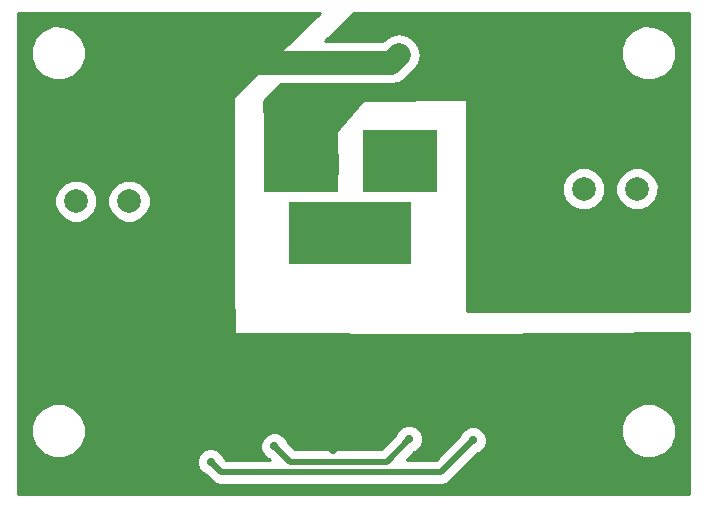
<source format=gbl>
G04 (created by PCBNEW (2013-08-24 BZR 4298)-stable) date Wed 19 Mar 2014 03:55:45 AM PDT*
%MOIN*%
G04 Gerber Fmt 3.4, Leading zero omitted, Abs format*
%FSLAX34Y34*%
G01*
G70*
G90*
G04 APERTURE LIST*
%ADD10C,0.005906*%
%ADD11C,0.078700*%
%ADD12C,0.019685*%
%ADD13R,0.245276X0.206693*%
%ADD14R,0.405512X0.206693*%
%ADD15C,0.027559*%
%ADD16C,0.019685*%
%ADD17C,0.078740*%
%ADD18C,0.027559*%
%ADD19C,0.010000*%
G04 APERTURE END LIST*
G54D10*
G54D11*
X65550Y-41141D03*
X67322Y-41141D03*
X50394Y-41551D03*
X48622Y-41551D03*
G54D12*
X55147Y-39437D03*
X55541Y-39437D03*
X55935Y-39437D03*
X56328Y-39437D03*
X56722Y-39437D03*
X57116Y-39437D03*
X60395Y-39437D03*
X60001Y-39437D03*
X59608Y-39437D03*
X59214Y-39437D03*
X58820Y-39437D03*
X58427Y-39437D03*
X60395Y-39830D03*
X60001Y-39830D03*
X59608Y-39830D03*
X59214Y-39830D03*
X58820Y-39830D03*
X58427Y-39830D03*
X57116Y-39830D03*
X56722Y-39830D03*
X56328Y-39830D03*
X55935Y-39830D03*
X55541Y-39830D03*
X55147Y-39830D03*
X58427Y-40224D03*
X58820Y-40224D03*
X59214Y-40224D03*
X59608Y-40224D03*
X60001Y-40224D03*
X60395Y-40224D03*
X57116Y-40224D03*
X56722Y-40224D03*
X56328Y-40224D03*
X55935Y-40224D03*
X55541Y-40224D03*
X55147Y-40224D03*
X55147Y-40618D03*
X55541Y-40618D03*
X55935Y-40618D03*
X56328Y-40618D03*
X56722Y-40618D03*
X57116Y-40618D03*
X58427Y-40618D03*
X58820Y-40618D03*
X59214Y-40618D03*
X59608Y-40618D03*
X60001Y-40618D03*
X60395Y-40618D03*
X55147Y-41011D03*
X55541Y-41011D03*
X55935Y-41011D03*
X56328Y-41011D03*
X56722Y-41011D03*
X57116Y-41011D03*
X58427Y-41011D03*
X58820Y-41011D03*
X59214Y-41011D03*
X59608Y-41011D03*
X60001Y-41011D03*
X60395Y-41011D03*
X58362Y-41838D03*
X58755Y-41838D03*
X59149Y-41838D03*
X59543Y-41838D03*
X59543Y-42232D03*
X59149Y-42232D03*
X58755Y-42232D03*
X58362Y-42232D03*
X59543Y-42625D03*
X59149Y-42625D03*
X58755Y-42625D03*
X58362Y-42625D03*
X58362Y-43019D03*
X58755Y-43019D03*
X59149Y-43019D03*
X59543Y-43019D03*
X58362Y-43413D03*
X58755Y-43413D03*
X59149Y-43413D03*
X59543Y-43413D03*
X57968Y-43413D03*
X57574Y-43413D03*
X57181Y-43413D03*
X56787Y-43413D03*
X56393Y-43413D03*
X56000Y-43413D03*
X57968Y-43019D03*
X57574Y-43019D03*
X57181Y-43019D03*
X56787Y-43019D03*
X56393Y-43019D03*
X56000Y-43019D03*
X56000Y-42625D03*
X56393Y-42625D03*
X56787Y-42625D03*
X57181Y-42625D03*
X57574Y-42625D03*
X57968Y-42625D03*
X56000Y-42232D03*
X56393Y-42232D03*
X56787Y-42232D03*
X57181Y-42232D03*
X57574Y-42232D03*
X57968Y-42232D03*
X57968Y-41838D03*
X57574Y-41838D03*
X57181Y-41838D03*
X56787Y-41838D03*
X56393Y-41838D03*
X56000Y-41838D03*
G54D13*
X56131Y-40224D03*
X59411Y-40224D03*
G54D14*
X57771Y-42625D03*
G54D15*
X55236Y-49724D03*
X59724Y-49488D03*
X48503Y-45984D03*
X66259Y-46653D03*
X59389Y-36681D03*
X56661Y-46688D03*
X57267Y-49787D03*
X53129Y-36944D03*
X65220Y-37039D03*
X61850Y-49527D03*
X53110Y-50236D03*
G54D16*
X55748Y-50236D02*
X55236Y-49724D01*
X58976Y-50236D02*
X55748Y-50236D01*
X59724Y-49488D02*
X58976Y-50236D01*
G54D17*
X59389Y-36681D02*
X59125Y-36944D01*
X59125Y-36944D02*
X53129Y-36944D01*
G54D18*
X57267Y-49787D02*
X57204Y-49850D01*
G54D17*
X53066Y-37007D02*
X53066Y-37035D01*
X53129Y-36944D02*
X53066Y-37007D01*
G54D16*
X61850Y-49527D02*
X60787Y-50590D01*
X60787Y-50590D02*
X53464Y-50590D01*
X53464Y-50590D02*
X53110Y-50236D01*
G54D10*
G36*
X69044Y-45225D02*
X68632Y-45225D01*
X68632Y-36432D01*
X68493Y-36095D01*
X68236Y-35837D01*
X67899Y-35698D01*
X67535Y-35697D01*
X67198Y-35837D01*
X66940Y-36094D01*
X66800Y-36431D01*
X66800Y-36795D01*
X66939Y-37132D01*
X67196Y-37390D01*
X67533Y-37530D01*
X67897Y-37530D01*
X68234Y-37391D01*
X68492Y-37133D01*
X68632Y-36797D01*
X68632Y-36432D01*
X68632Y-45225D01*
X68042Y-45225D01*
X68042Y-40999D01*
X67932Y-40734D01*
X67730Y-40532D01*
X67466Y-40422D01*
X67180Y-40422D01*
X66916Y-40531D01*
X66713Y-40733D01*
X66603Y-40998D01*
X66603Y-41284D01*
X66712Y-41548D01*
X66915Y-41750D01*
X67179Y-41860D01*
X67465Y-41860D01*
X67729Y-41751D01*
X67932Y-41549D01*
X68041Y-41285D01*
X68042Y-40999D01*
X68042Y-45225D01*
X66270Y-45225D01*
X66270Y-40999D01*
X66160Y-40734D01*
X65958Y-40532D01*
X65694Y-40422D01*
X65408Y-40422D01*
X65144Y-40531D01*
X64941Y-40733D01*
X64831Y-40998D01*
X64831Y-41284D01*
X64940Y-41548D01*
X65143Y-41750D01*
X65407Y-41860D01*
X65693Y-41860D01*
X65957Y-41751D01*
X66160Y-41549D01*
X66269Y-41285D01*
X66270Y-40999D01*
X66270Y-45225D01*
X61664Y-45225D01*
X61664Y-38138D01*
X58181Y-38170D01*
X57393Y-39099D01*
X57280Y-39256D01*
X57314Y-40656D01*
X55218Y-40724D01*
X54997Y-40476D01*
X54897Y-38205D01*
X55452Y-37664D01*
X59125Y-37664D01*
X59401Y-37609D01*
X59401Y-37609D01*
X59634Y-37453D01*
X59898Y-37189D01*
X60054Y-36956D01*
X60109Y-36681D01*
X60054Y-36405D01*
X59898Y-36172D01*
X59665Y-36016D01*
X59389Y-35961D01*
X59114Y-36016D01*
X58881Y-36172D01*
X58828Y-36225D01*
X56929Y-36225D01*
X57894Y-35286D01*
X62204Y-35286D01*
X69044Y-35286D01*
X69044Y-45225D01*
X69044Y-45225D01*
G37*
G54D19*
X69044Y-45225D02*
X68632Y-45225D01*
X68632Y-36432D01*
X68493Y-36095D01*
X68236Y-35837D01*
X67899Y-35698D01*
X67535Y-35697D01*
X67198Y-35837D01*
X66940Y-36094D01*
X66800Y-36431D01*
X66800Y-36795D01*
X66939Y-37132D01*
X67196Y-37390D01*
X67533Y-37530D01*
X67897Y-37530D01*
X68234Y-37391D01*
X68492Y-37133D01*
X68632Y-36797D01*
X68632Y-36432D01*
X68632Y-45225D01*
X68042Y-45225D01*
X68042Y-40999D01*
X67932Y-40734D01*
X67730Y-40532D01*
X67466Y-40422D01*
X67180Y-40422D01*
X66916Y-40531D01*
X66713Y-40733D01*
X66603Y-40998D01*
X66603Y-41284D01*
X66712Y-41548D01*
X66915Y-41750D01*
X67179Y-41860D01*
X67465Y-41860D01*
X67729Y-41751D01*
X67932Y-41549D01*
X68041Y-41285D01*
X68042Y-40999D01*
X68042Y-45225D01*
X66270Y-45225D01*
X66270Y-40999D01*
X66160Y-40734D01*
X65958Y-40532D01*
X65694Y-40422D01*
X65408Y-40422D01*
X65144Y-40531D01*
X64941Y-40733D01*
X64831Y-40998D01*
X64831Y-41284D01*
X64940Y-41548D01*
X65143Y-41750D01*
X65407Y-41860D01*
X65693Y-41860D01*
X65957Y-41751D01*
X66160Y-41549D01*
X66269Y-41285D01*
X66270Y-40999D01*
X66270Y-45225D01*
X61664Y-45225D01*
X61664Y-38138D01*
X58181Y-38170D01*
X57393Y-39099D01*
X57280Y-39256D01*
X57314Y-40656D01*
X55218Y-40724D01*
X54997Y-40476D01*
X54897Y-38205D01*
X55452Y-37664D01*
X59125Y-37664D01*
X59401Y-37609D01*
X59401Y-37609D01*
X59634Y-37453D01*
X59898Y-37189D01*
X60054Y-36956D01*
X60109Y-36681D01*
X60054Y-36405D01*
X59898Y-36172D01*
X59665Y-36016D01*
X59389Y-35961D01*
X59114Y-36016D01*
X58881Y-36172D01*
X58828Y-36225D01*
X56929Y-36225D01*
X57894Y-35286D01*
X62204Y-35286D01*
X69044Y-35286D01*
X69044Y-45225D01*
G54D10*
G36*
X69044Y-51327D02*
X68632Y-51327D01*
X68632Y-49031D01*
X68493Y-48694D01*
X68236Y-48436D01*
X67899Y-48296D01*
X67535Y-48296D01*
X67198Y-48435D01*
X66940Y-48692D01*
X66800Y-49029D01*
X66800Y-49394D01*
X66939Y-49730D01*
X67196Y-49988D01*
X67533Y-50128D01*
X67897Y-50128D01*
X68234Y-49989D01*
X68492Y-49732D01*
X68632Y-49395D01*
X68632Y-49031D01*
X68632Y-51327D01*
X62313Y-51327D01*
X62313Y-49435D01*
X62243Y-49265D01*
X62113Y-49134D01*
X61942Y-49064D01*
X61758Y-49064D01*
X61588Y-49134D01*
X61457Y-49264D01*
X61418Y-49360D01*
X60611Y-50166D01*
X59645Y-50166D01*
X59891Y-49920D01*
X59986Y-49881D01*
X60117Y-49751D01*
X60187Y-49580D01*
X60187Y-49396D01*
X60117Y-49226D01*
X59987Y-49095D01*
X59816Y-49024D01*
X59632Y-49024D01*
X59462Y-49095D01*
X59331Y-49225D01*
X59292Y-49320D01*
X58800Y-49812D01*
X55923Y-49812D01*
X55668Y-49556D01*
X55629Y-49462D01*
X55499Y-49331D01*
X55328Y-49261D01*
X55144Y-49260D01*
X54974Y-49331D01*
X54843Y-49461D01*
X54772Y-49631D01*
X54772Y-49816D01*
X54843Y-49986D01*
X54973Y-50117D01*
X55068Y-50156D01*
X55078Y-50166D01*
X53640Y-50166D01*
X53542Y-50068D01*
X53503Y-49974D01*
X53373Y-49843D01*
X53202Y-49772D01*
X53018Y-49772D01*
X52848Y-49843D01*
X52717Y-49973D01*
X52646Y-50143D01*
X52646Y-50327D01*
X52717Y-50498D01*
X52847Y-50628D01*
X52942Y-50668D01*
X53164Y-50890D01*
X53302Y-50982D01*
X53464Y-51014D01*
X60787Y-51014D01*
X60949Y-50982D01*
X61087Y-50890D01*
X62017Y-49959D01*
X62112Y-49920D01*
X62243Y-49790D01*
X62313Y-49620D01*
X62313Y-49435D01*
X62313Y-51327D01*
X51113Y-51327D01*
X51113Y-41408D01*
X51003Y-41144D01*
X50801Y-40941D01*
X50537Y-40832D01*
X50251Y-40831D01*
X49987Y-40941D01*
X49784Y-41143D01*
X49675Y-41407D01*
X49674Y-41693D01*
X49784Y-41957D01*
X49986Y-42160D01*
X50250Y-42270D01*
X50536Y-42270D01*
X50800Y-42161D01*
X51003Y-41959D01*
X51112Y-41694D01*
X51113Y-41408D01*
X51113Y-51327D01*
X49341Y-51327D01*
X49341Y-41408D01*
X49231Y-41144D01*
X49029Y-40941D01*
X48947Y-40907D01*
X48947Y-36432D01*
X48808Y-36095D01*
X48551Y-35837D01*
X48214Y-35698D01*
X47850Y-35697D01*
X47513Y-35837D01*
X47255Y-36094D01*
X47115Y-36431D01*
X47115Y-36795D01*
X47254Y-37132D01*
X47511Y-37390D01*
X47848Y-37530D01*
X48212Y-37530D01*
X48549Y-37391D01*
X48807Y-37133D01*
X48947Y-36797D01*
X48947Y-36432D01*
X48947Y-40907D01*
X48765Y-40832D01*
X48479Y-40831D01*
X48215Y-40941D01*
X48012Y-41143D01*
X47903Y-41407D01*
X47902Y-41693D01*
X48012Y-41957D01*
X48214Y-42160D01*
X48478Y-42270D01*
X48764Y-42270D01*
X49028Y-42161D01*
X49231Y-41959D01*
X49340Y-41694D01*
X49341Y-41408D01*
X49341Y-51327D01*
X48947Y-51327D01*
X48947Y-49031D01*
X48808Y-48694D01*
X48551Y-48436D01*
X48214Y-48296D01*
X47850Y-48296D01*
X47513Y-48435D01*
X47255Y-48692D01*
X47115Y-49029D01*
X47115Y-49394D01*
X47254Y-49730D01*
X47511Y-49988D01*
X47848Y-50128D01*
X48212Y-50128D01*
X48549Y-49989D01*
X48807Y-49732D01*
X48947Y-49395D01*
X48947Y-49031D01*
X48947Y-51327D01*
X46703Y-51327D01*
X46703Y-35286D01*
X56765Y-35286D01*
X53851Y-38092D01*
X53851Y-44252D01*
X53888Y-45994D01*
X61645Y-46006D01*
X69044Y-45955D01*
X69044Y-51327D01*
X69044Y-51327D01*
G37*
G54D19*
X69044Y-51327D02*
X68632Y-51327D01*
X68632Y-49031D01*
X68493Y-48694D01*
X68236Y-48436D01*
X67899Y-48296D01*
X67535Y-48296D01*
X67198Y-48435D01*
X66940Y-48692D01*
X66800Y-49029D01*
X66800Y-49394D01*
X66939Y-49730D01*
X67196Y-49988D01*
X67533Y-50128D01*
X67897Y-50128D01*
X68234Y-49989D01*
X68492Y-49732D01*
X68632Y-49395D01*
X68632Y-49031D01*
X68632Y-51327D01*
X62313Y-51327D01*
X62313Y-49435D01*
X62243Y-49265D01*
X62113Y-49134D01*
X61942Y-49064D01*
X61758Y-49064D01*
X61588Y-49134D01*
X61457Y-49264D01*
X61418Y-49360D01*
X60611Y-50166D01*
X59645Y-50166D01*
X59891Y-49920D01*
X59986Y-49881D01*
X60117Y-49751D01*
X60187Y-49580D01*
X60187Y-49396D01*
X60117Y-49226D01*
X59987Y-49095D01*
X59816Y-49024D01*
X59632Y-49024D01*
X59462Y-49095D01*
X59331Y-49225D01*
X59292Y-49320D01*
X58800Y-49812D01*
X55923Y-49812D01*
X55668Y-49556D01*
X55629Y-49462D01*
X55499Y-49331D01*
X55328Y-49261D01*
X55144Y-49260D01*
X54974Y-49331D01*
X54843Y-49461D01*
X54772Y-49631D01*
X54772Y-49816D01*
X54843Y-49986D01*
X54973Y-50117D01*
X55068Y-50156D01*
X55078Y-50166D01*
X53640Y-50166D01*
X53542Y-50068D01*
X53503Y-49974D01*
X53373Y-49843D01*
X53202Y-49772D01*
X53018Y-49772D01*
X52848Y-49843D01*
X52717Y-49973D01*
X52646Y-50143D01*
X52646Y-50327D01*
X52717Y-50498D01*
X52847Y-50628D01*
X52942Y-50668D01*
X53164Y-50890D01*
X53302Y-50982D01*
X53464Y-51014D01*
X60787Y-51014D01*
X60949Y-50982D01*
X61087Y-50890D01*
X62017Y-49959D01*
X62112Y-49920D01*
X62243Y-49790D01*
X62313Y-49620D01*
X62313Y-49435D01*
X62313Y-51327D01*
X51113Y-51327D01*
X51113Y-41408D01*
X51003Y-41144D01*
X50801Y-40941D01*
X50537Y-40832D01*
X50251Y-40831D01*
X49987Y-40941D01*
X49784Y-41143D01*
X49675Y-41407D01*
X49674Y-41693D01*
X49784Y-41957D01*
X49986Y-42160D01*
X50250Y-42270D01*
X50536Y-42270D01*
X50800Y-42161D01*
X51003Y-41959D01*
X51112Y-41694D01*
X51113Y-41408D01*
X51113Y-51327D01*
X49341Y-51327D01*
X49341Y-41408D01*
X49231Y-41144D01*
X49029Y-40941D01*
X48947Y-40907D01*
X48947Y-36432D01*
X48808Y-36095D01*
X48551Y-35837D01*
X48214Y-35698D01*
X47850Y-35697D01*
X47513Y-35837D01*
X47255Y-36094D01*
X47115Y-36431D01*
X47115Y-36795D01*
X47254Y-37132D01*
X47511Y-37390D01*
X47848Y-37530D01*
X48212Y-37530D01*
X48549Y-37391D01*
X48807Y-37133D01*
X48947Y-36797D01*
X48947Y-36432D01*
X48947Y-40907D01*
X48765Y-40832D01*
X48479Y-40831D01*
X48215Y-40941D01*
X48012Y-41143D01*
X47903Y-41407D01*
X47902Y-41693D01*
X48012Y-41957D01*
X48214Y-42160D01*
X48478Y-42270D01*
X48764Y-42270D01*
X49028Y-42161D01*
X49231Y-41959D01*
X49340Y-41694D01*
X49341Y-41408D01*
X49341Y-51327D01*
X48947Y-51327D01*
X48947Y-49031D01*
X48808Y-48694D01*
X48551Y-48436D01*
X48214Y-48296D01*
X47850Y-48296D01*
X47513Y-48435D01*
X47255Y-48692D01*
X47115Y-49029D01*
X47115Y-49394D01*
X47254Y-49730D01*
X47511Y-49988D01*
X47848Y-50128D01*
X48212Y-50128D01*
X48549Y-49989D01*
X48807Y-49732D01*
X48947Y-49395D01*
X48947Y-49031D01*
X48947Y-51327D01*
X46703Y-51327D01*
X46703Y-35286D01*
X56765Y-35286D01*
X53851Y-38092D01*
X53851Y-44252D01*
X53888Y-45994D01*
X61645Y-46006D01*
X69044Y-45955D01*
X69044Y-51327D01*
M02*

</source>
